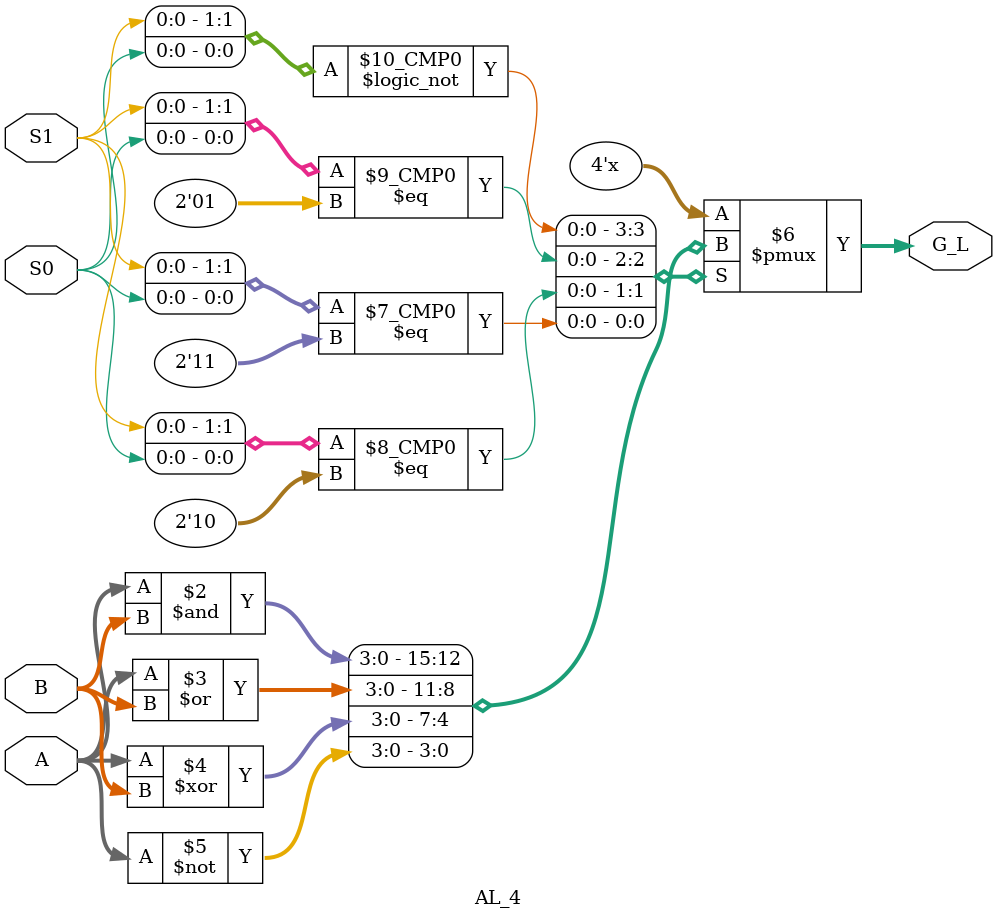
<source format=v>
module half_add(input a, 
		input b, 
		output sum, 
		output c_out);

xor (sum, a, b);
and (c_out, a, b);
endmodule

module full_add(input a,
		input b,
		input c_in,
		output c_out,
		output sum);

	wire w1, w2, w3;

half_add h1(a, b, w1, w2);
half_add h2(c_in, w1, sum, w3);
or (c_out, w2, w3);
endmodule

module MUX_4x1 (input S1, S0,
		input I1, I2,
		output Y);
	
		wire w1, w2;

and (w1, I1, S0);
and (w2, I2, S1);
or(Y, w1, w2);
endmodule

module AU_4(input [3:0] A, B,
		input S1, S0,
		input Cin,
		output Cout,
		output [3:0] G);


		wire c_in1, c_in2, c_in3;
		wire [3:0] Bbar, Y;

not (Bbar[0], B[0]);
not (Bbar[1], B[1]);
not (Bbar[2], B[2]);
not (Bbar[3], B[3]);

MUX_4x1 M1(S1, S0, B[0], Bbar[0], Y[0]);
MUX_4x1 M2(S1, S0, B[1], Bbar[1], Y[1]);
MUX_4x1 M3(S1, S0, B[2], Bbar[2], Y[2]);
MUX_4x1 M4(S1, S0, B[3], Bbar[3], Y[3]); 

full_add M5(A[0], Y[0], Cin, c_in1, G[0]);
full_add M6(A[1], Y[1], c_in1, c_in2, G[1]);
full_add M7(A[2], Y[2], c_in2, c_in3, G[2]);  
full_add M8(A[3], Y[3], c_in3, Cout, G[3]);
 
endmodule

module AL_4(input [3:0] A,B,
		input S1, S0,
		output reg [3:0] G_L);

always @ *
	case({S1, S0})
		2'b00: G_L = A & B; //AND
		2'b01: G_L = A | B; //OR
		2'b10: G_L = A ^ B; //XOR
		2'b11: G_L = ~A; //NOT
	endcase
endmodule

</source>
